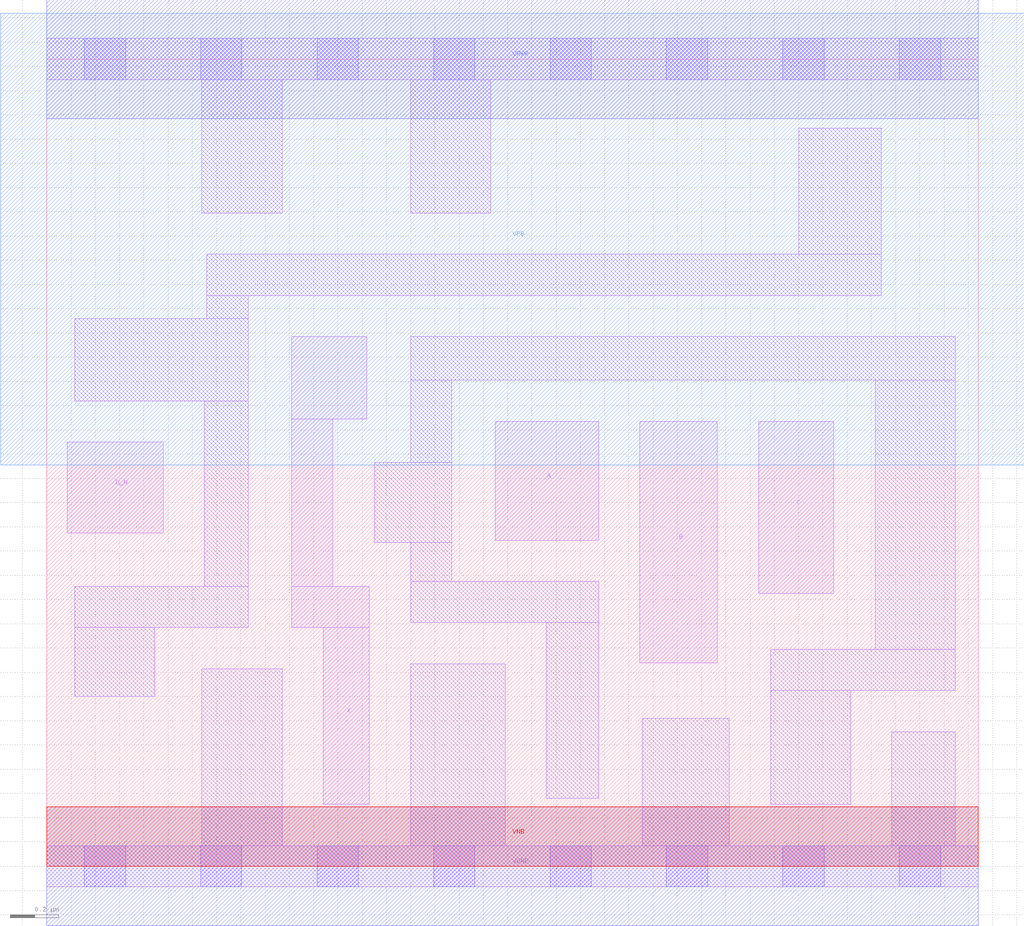
<source format=lef>
# Copyright 2020 The SkyWater PDK Authors
#
# Licensed under the Apache License, Version 2.0 (the "License");
# you may not use this file except in compliance with the License.
# You may obtain a copy of the License at
#
#     https://www.apache.org/licenses/LICENSE-2.0
#
# Unless required by applicable law or agreed to in writing, software
# distributed under the License is distributed on an "AS IS" BASIS,
# WITHOUT WARRANTIES OR CONDITIONS OF ANY KIND, either express or implied.
# See the License for the specific language governing permissions and
# limitations under the License.
#
# SPDX-License-Identifier: Apache-2.0

VERSION 5.7 ;
  NOWIREEXTENSIONATPIN ON ;
  DIVIDERCHAR "/" ;
  BUSBITCHARS "[]" ;
MACRO sky130_fd_sc_lp__or4b_2
  CLASS CORE ;
  FOREIGN sky130_fd_sc_lp__or4b_2 ;
  ORIGIN  0.000000  0.000000 ;
  SIZE  3.840000 BY  3.330000 ;
  SYMMETRY X Y R90 ;
  SITE unit ;
  PIN A
    ANTENNAGATEAREA  0.126000 ;
    DIRECTION INPUT ;
    USE SIGNAL ;
    PORT
      LAYER li1 ;
        RECT 1.850000 1.345000 2.275000 1.835000 ;
    END
  END A
  PIN B
    ANTENNAGATEAREA  0.126000 ;
    DIRECTION INPUT ;
    USE SIGNAL ;
    PORT
      LAYER li1 ;
        RECT 2.445000 0.840000 2.765000 1.835000 ;
    END
  END B
  PIN C
    ANTENNAGATEAREA  0.126000 ;
    DIRECTION INPUT ;
    USE SIGNAL ;
    PORT
      LAYER li1 ;
        RECT 2.935000 1.125000 3.245000 1.835000 ;
    END
  END C
  PIN D_N
    ANTENNAGATEAREA  0.126000 ;
    DIRECTION INPUT ;
    USE SIGNAL ;
    PORT
      LAYER li1 ;
        RECT 0.085000 1.375000 0.480000 1.750000 ;
    END
  END D_N
  PIN X
    ANTENNADIFFAREA  0.588000 ;
    DIRECTION OUTPUT ;
    USE SIGNAL ;
    PORT
      LAYER li1 ;
        RECT 1.010000 0.985000 1.330000 1.155000 ;
        RECT 1.010000 1.155000 1.180000 1.845000 ;
        RECT 1.010000 1.845000 1.320000 2.185000 ;
        RECT 1.140000 0.255000 1.330000 0.985000 ;
    END
  END X
  PIN VGND
    DIRECTION INOUT ;
    USE GROUND ;
    PORT
      LAYER met1 ;
        RECT 0.000000 -0.245000 3.840000 0.245000 ;
    END
  END VGND
  PIN VNB
    DIRECTION INOUT ;
    USE GROUND ;
    PORT
      LAYER pwell ;
        RECT 0.000000 0.000000 3.840000 0.245000 ;
    END
  END VNB
  PIN VPB
    DIRECTION INOUT ;
    USE POWER ;
    PORT
      LAYER nwell ;
        RECT -0.190000 1.655000 4.030000 3.520000 ;
    END
  END VPB
  PIN VPWR
    DIRECTION INOUT ;
    USE POWER ;
    PORT
      LAYER met1 ;
        RECT 0.000000 3.085000 3.840000 3.575000 ;
    END
  END VPWR
  OBS
    LAYER li1 ;
      RECT 0.000000 -0.085000 3.840000 0.085000 ;
      RECT 0.000000  3.245000 3.840000 3.415000 ;
      RECT 0.115000  0.700000 0.445000 0.985000 ;
      RECT 0.115000  0.985000 0.830000 1.155000 ;
      RECT 0.115000  1.920000 0.830000 2.260000 ;
      RECT 0.640000  0.085000 0.970000 0.815000 ;
      RECT 0.640000  2.695000 0.970000 3.245000 ;
      RECT 0.650000  1.155000 0.830000 1.920000 ;
      RECT 0.660000  2.260000 0.830000 2.355000 ;
      RECT 0.660000  2.355000 3.440000 2.525000 ;
      RECT 1.350000  1.335000 1.670000 1.665000 ;
      RECT 1.500000  0.085000 1.890000 0.835000 ;
      RECT 1.500000  1.005000 2.275000 1.175000 ;
      RECT 1.500000  1.175000 1.670000 1.335000 ;
      RECT 1.500000  1.665000 1.670000 2.005000 ;
      RECT 1.500000  2.005000 3.745000 2.185000 ;
      RECT 1.500000  2.695000 1.830000 3.245000 ;
      RECT 2.060000  0.280000 2.275000 1.005000 ;
      RECT 2.455000  0.085000 2.815000 0.610000 ;
      RECT 2.985000  0.255000 3.315000 0.725000 ;
      RECT 2.985000  0.725000 3.745000 0.895000 ;
      RECT 3.100000  2.525000 3.440000 3.045000 ;
      RECT 3.415000  0.895000 3.745000 2.005000 ;
      RECT 3.485000  0.085000 3.745000 0.555000 ;
    LAYER mcon ;
      RECT 0.155000 -0.085000 0.325000 0.085000 ;
      RECT 0.155000  3.245000 0.325000 3.415000 ;
      RECT 0.635000 -0.085000 0.805000 0.085000 ;
      RECT 0.635000  3.245000 0.805000 3.415000 ;
      RECT 1.115000 -0.085000 1.285000 0.085000 ;
      RECT 1.115000  3.245000 1.285000 3.415000 ;
      RECT 1.595000 -0.085000 1.765000 0.085000 ;
      RECT 1.595000  3.245000 1.765000 3.415000 ;
      RECT 2.075000 -0.085000 2.245000 0.085000 ;
      RECT 2.075000  3.245000 2.245000 3.415000 ;
      RECT 2.555000 -0.085000 2.725000 0.085000 ;
      RECT 2.555000  3.245000 2.725000 3.415000 ;
      RECT 3.035000 -0.085000 3.205000 0.085000 ;
      RECT 3.035000  3.245000 3.205000 3.415000 ;
      RECT 3.515000 -0.085000 3.685000 0.085000 ;
      RECT 3.515000  3.245000 3.685000 3.415000 ;
  END
END sky130_fd_sc_lp__or4b_2
END LIBRARY

</source>
